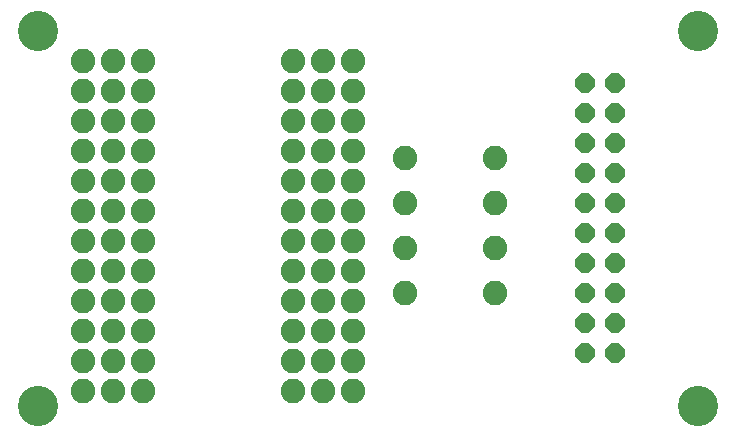
<source format=gbs>
G75*
%MOIN*%
%OFA0B0*%
%FSLAX24Y24*%
%IPPOS*%
%LPD*%
%AMOC8*
5,1,8,0,0,1.08239X$1,22.5*
%
%ADD10C,0.1340*%
%ADD11OC8,0.0640*%
%ADD12C,0.0820*%
D10*
X004833Y004893D03*
X026833Y004893D03*
X026833Y017393D03*
X004833Y017393D03*
D11*
X023083Y015643D03*
X024083Y015643D03*
X024083Y014643D03*
X023083Y014643D03*
X023083Y013643D03*
X024083Y013643D03*
X024083Y012643D03*
X023083Y012643D03*
X023083Y011643D03*
X024083Y011643D03*
X024083Y010643D03*
X023083Y010643D03*
X023083Y009643D03*
X024083Y009643D03*
X024083Y008643D03*
X023083Y008643D03*
X023083Y007643D03*
X024083Y007643D03*
X024083Y006643D03*
X023083Y006643D03*
D12*
X020083Y008643D03*
X017083Y008643D03*
X015333Y008393D03*
X014333Y008393D03*
X013333Y008393D03*
X013333Y007393D03*
X014333Y007393D03*
X015333Y007393D03*
X015333Y006393D03*
X014333Y006393D03*
X013333Y006393D03*
X013333Y005393D03*
X014333Y005393D03*
X015333Y005393D03*
X008333Y005393D03*
X007333Y005393D03*
X006333Y005393D03*
X006333Y006393D03*
X007333Y006393D03*
X008333Y006393D03*
X008333Y007393D03*
X007333Y007393D03*
X006333Y007393D03*
X006333Y008393D03*
X007333Y008393D03*
X008333Y008393D03*
X008333Y009393D03*
X007333Y009393D03*
X006333Y009393D03*
X006333Y010393D03*
X007333Y010393D03*
X008333Y010393D03*
X008333Y011393D03*
X007333Y011393D03*
X006333Y011393D03*
X006333Y012393D03*
X007333Y012393D03*
X008333Y012393D03*
X008333Y013393D03*
X007333Y013393D03*
X006333Y013393D03*
X006333Y014393D03*
X007333Y014393D03*
X008333Y014393D03*
X008333Y015393D03*
X007333Y015393D03*
X006333Y015393D03*
X006333Y016393D03*
X007333Y016393D03*
X008333Y016393D03*
X013333Y016393D03*
X014333Y016393D03*
X015333Y016393D03*
X015333Y015393D03*
X014333Y015393D03*
X013333Y015393D03*
X013333Y014393D03*
X014333Y014393D03*
X015333Y014393D03*
X015333Y013393D03*
X014333Y013393D03*
X013333Y013393D03*
X017083Y013143D03*
X015333Y012393D03*
X014333Y012393D03*
X013333Y012393D03*
X013333Y011393D03*
X014333Y011393D03*
X015333Y011393D03*
X017083Y011643D03*
X020083Y011643D03*
X015333Y010393D03*
X014333Y010393D03*
X013333Y010393D03*
X013333Y009393D03*
X014333Y009393D03*
X015333Y009393D03*
X017083Y010143D03*
X020083Y010143D03*
X020083Y013143D03*
M02*

</source>
